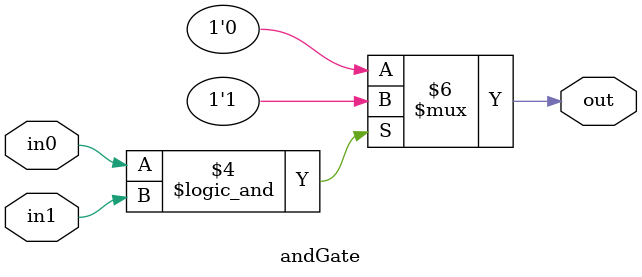
<source format=v>
/****************************************************************************
 * andGate.v
 ****************************************************************************/

/**
 * Module: andGate
 * 
 * TODO: Add module documentation
 */
module andGate(input in0, input in1, output reg out);
	
	always @(in0 or in1) begin
		if ((in0 == 1 ) && (in1 == 1))
				out = 1; 
		else 
			out = 0;
		end

endmodule



</source>
